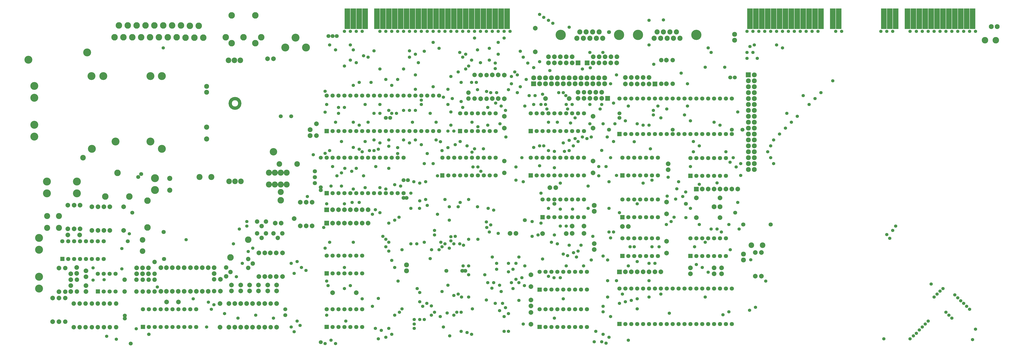
<source format=gbr>
%FSLAX34Y34*%
%MOMM*%
%LNSOLDERMASK_BOTTOM*%
G71*
G01*
%ADD10C,1.800*%
%ADD11C,1.400*%
%ADD12C,1.500*%
%ADD13C,2.100*%
%ADD14C,2.000*%
%ADD15C,2.000*%
%ADD16C,1.400*%
%ADD17C,1.900*%
%ADD18C,2.400*%
%ADD19C,2.800*%
%ADD20C,1.700*%
%ADD21C,1.800*%
%ADD22C,2.200*%
%ADD23C,4.400*%
%ADD24C,4.400*%
%ADD25C,1.900*%
%ADD26C,1.400*%
%ADD27C,1.700*%
%ADD28C,2.400*%
%ADD29C,3.200*%
%ADD30C,2.100*%
%ADD31C,2.600*%
%ADD32C,2.200*%
%ADD33C,3.400*%
%ADD34C,1.400*%
%ADD35C,2.600*%
%ADD36C,2.600*%
%ADD37C,2.600*%
%ADD38C,3.400*%
%ADD39C,3.400*%
%ADD40C,3.410*%
%ADD41C,2.400*%
%ADD42R,2.400X8.900*%
%LPD*%
G36*
X1292750Y993250D02*
X1310750Y993250D01*
X1310750Y975250D01*
X1292750Y975250D01*
X1292750Y993250D01*
G37*
X1327150Y984250D02*
G54D10*
D03*
X1352550Y984250D02*
G54D10*
D03*
X1377950Y984250D02*
G54D10*
D03*
X1403350Y984250D02*
G54D10*
D03*
X1428750Y984250D02*
G54D10*
D03*
X1454150Y984250D02*
G54D10*
D03*
X1479550Y984250D02*
G54D10*
D03*
X1504950Y984250D02*
G54D10*
D03*
X1530350Y984250D02*
G54D10*
D03*
X1555750Y984250D02*
G54D10*
D03*
X1581150Y984250D02*
G54D10*
D03*
X1606550Y984250D02*
G54D10*
D03*
X1631950Y984250D02*
G54D10*
D03*
X1657350Y984250D02*
G54D10*
D03*
X1682750Y984250D02*
G54D10*
D03*
X1708150Y984250D02*
G54D10*
D03*
X1733550Y984250D02*
G54D10*
D03*
X1758950Y984250D02*
G54D10*
D03*
X1784350Y984250D02*
G54D10*
D03*
X1784350Y1136650D02*
G54D10*
D03*
X1758950Y1136650D02*
G54D10*
D03*
X1733550Y1136650D02*
G54D10*
D03*
X1708150Y1136650D02*
G54D10*
D03*
X1682750Y1136650D02*
G54D10*
D03*
X1657350Y1136650D02*
G54D10*
D03*
X1631950Y1136650D02*
G54D10*
D03*
X1606550Y1136650D02*
G54D10*
D03*
X1581150Y1136650D02*
G54D10*
D03*
X1555750Y1136650D02*
G54D10*
D03*
X1530350Y1136650D02*
G54D10*
D03*
X1504950Y1136650D02*
G54D10*
D03*
X1479550Y1136650D02*
G54D10*
D03*
X1454150Y1136650D02*
G54D10*
D03*
X1428750Y1136650D02*
G54D10*
D03*
X1403350Y1136650D02*
G54D10*
D03*
X1377950Y1136650D02*
G54D10*
D03*
X1352550Y1136650D02*
G54D10*
D03*
X1327150Y1136650D02*
G54D10*
D03*
X1301750Y1136650D02*
G54D10*
D03*
X600075Y1341438D02*
G54D11*
D03*
X538162Y111124D02*
G54D12*
D03*
X4075376Y88900D02*
G54D11*
D03*
G36*
X1865838Y993250D02*
X1883838Y993250D01*
X1883838Y975250D01*
X1865838Y975250D01*
X1865838Y993250D01*
G37*
X1900238Y984250D02*
G54D10*
D03*
X1925638Y984250D02*
G54D10*
D03*
X1951038Y984250D02*
G54D10*
D03*
X1976438Y984250D02*
G54D10*
D03*
X2001838Y984250D02*
G54D10*
D03*
X2027238Y984250D02*
G54D10*
D03*
X2027238Y1060450D02*
G54D10*
D03*
X2001838Y1060450D02*
G54D10*
D03*
X1976438Y1060450D02*
G54D10*
D03*
X1951038Y1060450D02*
G54D10*
D03*
X1925638Y1060450D02*
G54D10*
D03*
X1900238Y1060450D02*
G54D10*
D03*
X1874838Y1060450D02*
G54D10*
D03*
G36*
X1292750Y382062D02*
X1310750Y382062D01*
X1310750Y364062D01*
X1292750Y364062D01*
X1292750Y382062D01*
G37*
X1327150Y373062D02*
G54D10*
D03*
X1352550Y373062D02*
G54D10*
D03*
X1377950Y373062D02*
G54D10*
D03*
X1403350Y373062D02*
G54D10*
D03*
X1428750Y373062D02*
G54D10*
D03*
X1454150Y373062D02*
G54D10*
D03*
X1454150Y449262D02*
G54D10*
D03*
X1428750Y449262D02*
G54D10*
D03*
X1403350Y449262D02*
G54D10*
D03*
X1377950Y449262D02*
G54D10*
D03*
X1352550Y449262D02*
G54D10*
D03*
X1327150Y449262D02*
G54D10*
D03*
X1301750Y449262D02*
G54D10*
D03*
G36*
X1292750Y151875D02*
X1310750Y151875D01*
X1310750Y133875D01*
X1292750Y133875D01*
X1292750Y151875D01*
G37*
X1327150Y142875D02*
G54D10*
D03*
X1352550Y142875D02*
G54D10*
D03*
X1377950Y142875D02*
G54D10*
D03*
X1403350Y142875D02*
G54D10*
D03*
X1428750Y142875D02*
G54D10*
D03*
X1454150Y142875D02*
G54D10*
D03*
X1454150Y219075D02*
G54D10*
D03*
X1428750Y219075D02*
G54D10*
D03*
X1403350Y219075D02*
G54D10*
D03*
X1377950Y219075D02*
G54D10*
D03*
X1352550Y219075D02*
G54D10*
D03*
X1327150Y219075D02*
G54D10*
D03*
X1301750Y219075D02*
G54D10*
D03*
G36*
X1292750Y726550D02*
X1310750Y726550D01*
X1310750Y708550D01*
X1292750Y708550D01*
X1292750Y726550D01*
G37*
X1327150Y717550D02*
G54D10*
D03*
X1352550Y717550D02*
G54D10*
D03*
X1377950Y717550D02*
G54D10*
D03*
X1403350Y717550D02*
G54D10*
D03*
X1428750Y717550D02*
G54D10*
D03*
X1454150Y717550D02*
G54D10*
D03*
X1479550Y717550D02*
G54D10*
D03*
X1504950Y717550D02*
G54D10*
D03*
X1530350Y717550D02*
G54D10*
D03*
X1555750Y717550D02*
G54D10*
D03*
X1581150Y717550D02*
G54D10*
D03*
X1606550Y717550D02*
G54D10*
D03*
X1631950Y717550D02*
G54D10*
D03*
X1631950Y869950D02*
G54D10*
D03*
X1606550Y869950D02*
G54D10*
D03*
X1581150Y869950D02*
G54D10*
D03*
X1555750Y869950D02*
G54D10*
D03*
X1530350Y869950D02*
G54D10*
D03*
X1504950Y869950D02*
G54D10*
D03*
X1479550Y869950D02*
G54D10*
D03*
X1454150Y869950D02*
G54D10*
D03*
X1428750Y869950D02*
G54D10*
D03*
X1403350Y869950D02*
G54D10*
D03*
X1377950Y869950D02*
G54D10*
D03*
X1352550Y869950D02*
G54D10*
D03*
X1327150Y869950D02*
G54D10*
D03*
X1301750Y869950D02*
G54D10*
D03*
G36*
X1789638Y802750D02*
X1807638Y802750D01*
X1807638Y784750D01*
X1789638Y784750D01*
X1789638Y802750D01*
G37*
X1824038Y793750D02*
G54D10*
D03*
X1849438Y793750D02*
G54D10*
D03*
X1874838Y793750D02*
G54D10*
D03*
X1900238Y793750D02*
G54D10*
D03*
X1925638Y793750D02*
G54D10*
D03*
X1951038Y793750D02*
G54D10*
D03*
X1976438Y793750D02*
G54D10*
D03*
X2001838Y793750D02*
G54D10*
D03*
X2027238Y793750D02*
G54D10*
D03*
X2027238Y869950D02*
G54D10*
D03*
X2001838Y869950D02*
G54D10*
D03*
X1976438Y869950D02*
G54D10*
D03*
X1951038Y869950D02*
G54D10*
D03*
X1925638Y869950D02*
G54D10*
D03*
X1900238Y869950D02*
G54D10*
D03*
X1874838Y869950D02*
G54D10*
D03*
X1849438Y869950D02*
G54D10*
D03*
X1824038Y869950D02*
G54D10*
D03*
X1798638Y869950D02*
G54D10*
D03*
G36*
X2169050Y993250D02*
X2187050Y993250D01*
X2187050Y975250D01*
X2169050Y975250D01*
X2169050Y993250D01*
G37*
X2203450Y984250D02*
G54D10*
D03*
X2228850Y984250D02*
G54D10*
D03*
X2254250Y984250D02*
G54D10*
D03*
X2279650Y984250D02*
G54D10*
D03*
X2305050Y984250D02*
G54D10*
D03*
X2330450Y984250D02*
G54D10*
D03*
X2355850Y984250D02*
G54D10*
D03*
X2381250Y984250D02*
G54D10*
D03*
X2406650Y984250D02*
G54D10*
D03*
X2406650Y1060450D02*
G54D10*
D03*
X2381250Y1060450D02*
G54D10*
D03*
X2355850Y1060450D02*
G54D10*
D03*
X2330450Y1060450D02*
G54D10*
D03*
X2305050Y1060450D02*
G54D10*
D03*
X2279650Y1060450D02*
G54D10*
D03*
X2254250Y1060450D02*
G54D10*
D03*
X2228850Y1060450D02*
G54D10*
D03*
X2203450Y1060450D02*
G54D10*
D03*
X2178050Y1060450D02*
G54D10*
D03*
G36*
X2169050Y802750D02*
X2187050Y802750D01*
X2187050Y784750D01*
X2169050Y784750D01*
X2169050Y802750D01*
G37*
X2203450Y793750D02*
G54D10*
D03*
X2228850Y793750D02*
G54D10*
D03*
X2254250Y793750D02*
G54D10*
D03*
X2279650Y793750D02*
G54D10*
D03*
X2305050Y793750D02*
G54D10*
D03*
X2330450Y793750D02*
G54D10*
D03*
X2355850Y793750D02*
G54D10*
D03*
X2381250Y793750D02*
G54D10*
D03*
X2406650Y793750D02*
G54D10*
D03*
X2406650Y869950D02*
G54D10*
D03*
X2381250Y869950D02*
G54D10*
D03*
X2355850Y869950D02*
G54D10*
D03*
X2330450Y869950D02*
G54D10*
D03*
X2305050Y869950D02*
G54D10*
D03*
X2279650Y869950D02*
G54D10*
D03*
X2254250Y869950D02*
G54D10*
D03*
X2228850Y869950D02*
G54D10*
D03*
X2203450Y869950D02*
G54D10*
D03*
X2178050Y869950D02*
G54D10*
D03*
G36*
X2219850Y623362D02*
X2237850Y623362D01*
X2237850Y605362D01*
X2219850Y605362D01*
X2219850Y623362D01*
G37*
X2254250Y614362D02*
G54D10*
D03*
X2279650Y614362D02*
G54D10*
D03*
X2305050Y614362D02*
G54D10*
D03*
X2330450Y614362D02*
G54D10*
D03*
X2355850Y614362D02*
G54D10*
D03*
X2381250Y614362D02*
G54D10*
D03*
X2406650Y614362D02*
G54D10*
D03*
X2406650Y690562D02*
G54D10*
D03*
X2381250Y690562D02*
G54D10*
D03*
X2355850Y690562D02*
G54D10*
D03*
X2330450Y690562D02*
G54D10*
D03*
X2305050Y690562D02*
G54D10*
D03*
X2279650Y690562D02*
G54D10*
D03*
X2254250Y690562D02*
G54D10*
D03*
X2228850Y690562D02*
G54D10*
D03*
G36*
X2207150Y312212D02*
X2225150Y312212D01*
X2225150Y294212D01*
X2207150Y294212D01*
X2207150Y312212D01*
G37*
X2241550Y303212D02*
G54D10*
D03*
X2266950Y303212D02*
G54D10*
D03*
X2292350Y303212D02*
G54D10*
D03*
X2317750Y303212D02*
G54D10*
D03*
X2343150Y303212D02*
G54D10*
D03*
X2368550Y303212D02*
G54D10*
D03*
X2393950Y303212D02*
G54D10*
D03*
X2419350Y303212D02*
G54D10*
D03*
X2419350Y379412D02*
G54D10*
D03*
X2393950Y379412D02*
G54D10*
D03*
X2368550Y379412D02*
G54D10*
D03*
X2343150Y379412D02*
G54D10*
D03*
X2317750Y379412D02*
G54D10*
D03*
X2292350Y379412D02*
G54D10*
D03*
X2266950Y379412D02*
G54D10*
D03*
X2241550Y379412D02*
G54D10*
D03*
X2216150Y379412D02*
G54D10*
D03*
G36*
X2207150Y151875D02*
X2225150Y151875D01*
X2225150Y133875D01*
X2207150Y133875D01*
X2207150Y151875D01*
G37*
X2241550Y142875D02*
G54D10*
D03*
X2266950Y142875D02*
G54D10*
D03*
X2292350Y142875D02*
G54D10*
D03*
X2317750Y142875D02*
G54D10*
D03*
X2343150Y142875D02*
G54D10*
D03*
X2368550Y142875D02*
G54D10*
D03*
X2393950Y142875D02*
G54D10*
D03*
X2419350Y142875D02*
G54D10*
D03*
X2419350Y219075D02*
G54D10*
D03*
X2393950Y219075D02*
G54D10*
D03*
X2368550Y219075D02*
G54D10*
D03*
X2343150Y219075D02*
G54D10*
D03*
X2317750Y219075D02*
G54D10*
D03*
X2292350Y219075D02*
G54D10*
D03*
X2266950Y219075D02*
G54D10*
D03*
X2241550Y219075D02*
G54D10*
D03*
X2216150Y219075D02*
G54D10*
D03*
G36*
X2550050Y164575D02*
X2568050Y164575D01*
X2568050Y146575D01*
X2550050Y146575D01*
X2550050Y164575D01*
G37*
X2584450Y155575D02*
G54D10*
D03*
X2609850Y155575D02*
G54D10*
D03*
X2635250Y155575D02*
G54D10*
D03*
X2660650Y155575D02*
G54D10*
D03*
X2686050Y155575D02*
G54D10*
D03*
X2711450Y155575D02*
G54D10*
D03*
X2736850Y155575D02*
G54D10*
D03*
X2762250Y155575D02*
G54D10*
D03*
X2787650Y155575D02*
G54D10*
D03*
X2813050Y155575D02*
G54D10*
D03*
X2838450Y155575D02*
G54D10*
D03*
X2863850Y155575D02*
G54D10*
D03*
X2889250Y155575D02*
G54D10*
D03*
X2914650Y155575D02*
G54D10*
D03*
X2940050Y155575D02*
G54D10*
D03*
X2965450Y155575D02*
G54D10*
D03*
X2990850Y155575D02*
G54D10*
D03*
X3016250Y155575D02*
G54D10*
D03*
X3041650Y155575D02*
G54D10*
D03*
X3041650Y307975D02*
G54D10*
D03*
X3016250Y307975D02*
G54D10*
D03*
X2990850Y307975D02*
G54D10*
D03*
X2965450Y307975D02*
G54D10*
D03*
X2940050Y307975D02*
G54D10*
D03*
X2914650Y307975D02*
G54D10*
D03*
X2889250Y307975D02*
G54D10*
D03*
X2863850Y307975D02*
G54D10*
D03*
X2838450Y307975D02*
G54D10*
D03*
X2813050Y307975D02*
G54D10*
D03*
X2787650Y307975D02*
G54D10*
D03*
X2762250Y307975D02*
G54D10*
D03*
X2736850Y307975D02*
G54D10*
D03*
X2711450Y307975D02*
G54D10*
D03*
X2686050Y307975D02*
G54D10*
D03*
X2660650Y307975D02*
G54D10*
D03*
X2635250Y307975D02*
G54D10*
D03*
X2609850Y307975D02*
G54D10*
D03*
X2584450Y307975D02*
G54D10*
D03*
X2559050Y307975D02*
G54D10*
D03*
G36*
X2562750Y456675D02*
X2580750Y456675D01*
X2580750Y438675D01*
X2562750Y438675D01*
X2562750Y456675D01*
G37*
X2597150Y447675D02*
G54D10*
D03*
X2622550Y447675D02*
G54D10*
D03*
X2647950Y447675D02*
G54D10*
D03*
X2673350Y447675D02*
G54D10*
D03*
X2698750Y447675D02*
G54D10*
D03*
X2724150Y447675D02*
G54D10*
D03*
X2724150Y523875D02*
G54D10*
D03*
X2698750Y523875D02*
G54D10*
D03*
X2673350Y523875D02*
G54D10*
D03*
X2647950Y523875D02*
G54D10*
D03*
X2622550Y523875D02*
G54D10*
D03*
X2597150Y523875D02*
G54D10*
D03*
X2571750Y523875D02*
G54D10*
D03*
G36*
X2562750Y623362D02*
X2580750Y623362D01*
X2580750Y605362D01*
X2562750Y605362D01*
X2562750Y623362D01*
G37*
X2597150Y614362D02*
G54D10*
D03*
X2622550Y614362D02*
G54D10*
D03*
X2647950Y614362D02*
G54D10*
D03*
X2673350Y614362D02*
G54D10*
D03*
X2698750Y614362D02*
G54D10*
D03*
X2724150Y614362D02*
G54D10*
D03*
X2724150Y690562D02*
G54D10*
D03*
X2698750Y690562D02*
G54D10*
D03*
X2673350Y690562D02*
G54D10*
D03*
X2647950Y690562D02*
G54D10*
D03*
X2622550Y690562D02*
G54D10*
D03*
X2597150Y690562D02*
G54D10*
D03*
X2571750Y690562D02*
G54D10*
D03*
G36*
X2562750Y802750D02*
X2580750Y802750D01*
X2580750Y784750D01*
X2562750Y784750D01*
X2562750Y802750D01*
G37*
X2597150Y793750D02*
G54D10*
D03*
X2622550Y793750D02*
G54D10*
D03*
X2647950Y793750D02*
G54D10*
D03*
X2673350Y793750D02*
G54D10*
D03*
X2698750Y793750D02*
G54D10*
D03*
X2724150Y793750D02*
G54D10*
D03*
X2724150Y869950D02*
G54D10*
D03*
X2698750Y869950D02*
G54D10*
D03*
X2673350Y869950D02*
G54D10*
D03*
X2647950Y869950D02*
G54D10*
D03*
X2622550Y869950D02*
G54D10*
D03*
X2597150Y869950D02*
G54D10*
D03*
X2571750Y869950D02*
G54D10*
D03*
G36*
X2550050Y980550D02*
X2568050Y980550D01*
X2568050Y962550D01*
X2550050Y962550D01*
X2550050Y980550D01*
G37*
X2584450Y971550D02*
G54D10*
D03*
X2609850Y971550D02*
G54D10*
D03*
X2635250Y971550D02*
G54D10*
D03*
X2660650Y971550D02*
G54D10*
D03*
X2686050Y971550D02*
G54D10*
D03*
X2711450Y971550D02*
G54D10*
D03*
X2736850Y971550D02*
G54D10*
D03*
X2762250Y971550D02*
G54D10*
D03*
X2787650Y971550D02*
G54D10*
D03*
X2813050Y971550D02*
G54D10*
D03*
X2838450Y971550D02*
G54D10*
D03*
X2863850Y971550D02*
G54D10*
D03*
X2889250Y971550D02*
G54D10*
D03*
X2914650Y971550D02*
G54D10*
D03*
X2940050Y971550D02*
G54D10*
D03*
X2965450Y971550D02*
G54D10*
D03*
X2990850Y971550D02*
G54D10*
D03*
X3016250Y971550D02*
G54D10*
D03*
X3041650Y971550D02*
G54D10*
D03*
X3041650Y1123950D02*
G54D10*
D03*
X3016250Y1123950D02*
G54D10*
D03*
X2990850Y1123950D02*
G54D10*
D03*
X2965450Y1123950D02*
G54D10*
D03*
X2940050Y1123950D02*
G54D10*
D03*
X2914650Y1123950D02*
G54D10*
D03*
X2889250Y1123950D02*
G54D10*
D03*
X2863850Y1123950D02*
G54D10*
D03*
X2838450Y1123950D02*
G54D10*
D03*
X2813050Y1123950D02*
G54D10*
D03*
X2787650Y1123950D02*
G54D10*
D03*
X2762250Y1123950D02*
G54D10*
D03*
X2736850Y1123950D02*
G54D10*
D03*
X2711450Y1123950D02*
G54D10*
D03*
X2686050Y1123950D02*
G54D10*
D03*
X2660650Y1123950D02*
G54D10*
D03*
X2635250Y1123950D02*
G54D10*
D03*
X2609850Y1123950D02*
G54D10*
D03*
X2584450Y1123950D02*
G54D10*
D03*
X2559050Y1123950D02*
G54D10*
D03*
G36*
X2854850Y801162D02*
X2872850Y801162D01*
X2872850Y783162D01*
X2854850Y783162D01*
X2854850Y801162D01*
G37*
X2889250Y792162D02*
G54D10*
D03*
X2914650Y792162D02*
G54D10*
D03*
X2940050Y792162D02*
G54D10*
D03*
X2965450Y792162D02*
G54D10*
D03*
X2990850Y792162D02*
G54D10*
D03*
X3016250Y792162D02*
G54D10*
D03*
X3016250Y868362D02*
G54D10*
D03*
X2990850Y868362D02*
G54D10*
D03*
X2965450Y868362D02*
G54D10*
D03*
X2940050Y868362D02*
G54D10*
D03*
X2914650Y868362D02*
G54D10*
D03*
X2889250Y868362D02*
G54D10*
D03*
X2863850Y868362D02*
G54D10*
D03*
G36*
X2854850Y456675D02*
X2872850Y456675D01*
X2872850Y438675D01*
X2854850Y438675D01*
X2854850Y456675D01*
G37*
X2889250Y447675D02*
G54D10*
D03*
X2914650Y447675D02*
G54D10*
D03*
X2940050Y447675D02*
G54D10*
D03*
X2965450Y447675D02*
G54D10*
D03*
X2990850Y447675D02*
G54D10*
D03*
X3016250Y447675D02*
G54D10*
D03*
X3016250Y523875D02*
G54D10*
D03*
X2990850Y523875D02*
G54D10*
D03*
X2965450Y523875D02*
G54D10*
D03*
X2940050Y523875D02*
G54D10*
D03*
X2914650Y523875D02*
G54D10*
D03*
X2889250Y523875D02*
G54D10*
D03*
X2863850Y523875D02*
G54D10*
D03*
G36*
X503762Y151875D02*
X521762Y151875D01*
X521762Y133875D01*
X503762Y133875D01*
X503762Y151875D01*
G37*
X538162Y142875D02*
G54D10*
D03*
X563562Y142875D02*
G54D10*
D03*
X588962Y142875D02*
G54D10*
D03*
X614362Y142875D02*
G54D10*
D03*
X639762Y142875D02*
G54D10*
D03*
X665162Y142875D02*
G54D10*
D03*
X690562Y142875D02*
G54D10*
D03*
X715962Y142875D02*
G54D10*
D03*
X741362Y142875D02*
G54D10*
D03*
X741362Y219075D02*
G54D10*
D03*
X715962Y219075D02*
G54D10*
D03*
X690562Y219075D02*
G54D10*
D03*
X665162Y219075D02*
G54D10*
D03*
X639762Y219075D02*
G54D10*
D03*
X614362Y219075D02*
G54D10*
D03*
X588962Y219075D02*
G54D10*
D03*
X563562Y219075D02*
G54D10*
D03*
X538162Y219075D02*
G54D10*
D03*
X512762Y219075D02*
G54D10*
D03*
G36*
X310088Y304275D02*
X328088Y304275D01*
X328088Y286275D01*
X310088Y286275D01*
X310088Y304275D01*
G37*
X344488Y295275D02*
G54D10*
D03*
X369888Y295275D02*
G54D10*
D03*
X395288Y295275D02*
G54D10*
D03*
X395288Y371475D02*
G54D10*
D03*
X369888Y371475D02*
G54D10*
D03*
X344488Y371475D02*
G54D10*
D03*
X319088Y371475D02*
G54D10*
D03*
G36*
X157688Y443975D02*
X175688Y443975D01*
X175688Y425975D01*
X157688Y425975D01*
X157688Y443975D01*
G37*
X192088Y434975D02*
G54D10*
D03*
X217488Y434975D02*
G54D10*
D03*
X242888Y434975D02*
G54D10*
D03*
X268288Y434975D02*
G54D10*
D03*
X293688Y434975D02*
G54D10*
D03*
X319088Y434975D02*
G54D10*
D03*
X344488Y434975D02*
G54D10*
D03*
X344488Y511175D02*
G54D10*
D03*
X319088Y511175D02*
G54D10*
D03*
X293688Y511175D02*
G54D10*
D03*
X268288Y511175D02*
G54D10*
D03*
X242888Y511175D02*
G54D10*
D03*
X217488Y511175D02*
G54D10*
D03*
X192088Y511175D02*
G54D10*
D03*
X166688Y511175D02*
G54D10*
D03*
G36*
X2180250Y1197950D02*
X2201250Y1197950D01*
X2201250Y1176950D01*
X2180250Y1176950D01*
X2180250Y1197950D01*
G37*
X2190750Y1212850D02*
G54D13*
D03*
X2216150Y1187450D02*
G54D13*
D03*
X2216150Y1212850D02*
G54D13*
D03*
X2241550Y1187450D02*
G54D13*
D03*
X2241550Y1212850D02*
G54D13*
D03*
X2266950Y1187450D02*
G54D13*
D03*
X2266950Y1212850D02*
G54D13*
D03*
X2292350Y1187450D02*
G54D13*
D03*
X2292350Y1212850D02*
G54D13*
D03*
X2317750Y1187450D02*
G54D13*
D03*
X2317750Y1212850D02*
G54D13*
D03*
X2343150Y1187450D02*
G54D13*
D03*
X2343150Y1212850D02*
G54D13*
D03*
X2368550Y1187450D02*
G54D13*
D03*
X2368550Y1212850D02*
G54D13*
D03*
X2393950Y1187450D02*
G54D13*
D03*
X2393950Y1212850D02*
G54D13*
D03*
X2419350Y1187450D02*
G54D13*
D03*
X2419350Y1212850D02*
G54D13*
D03*
X2444750Y1187450D02*
G54D13*
D03*
X2444750Y1212850D02*
G54D13*
D03*
X2470150Y1187450D02*
G54D13*
D03*
X2470150Y1212850D02*
G54D13*
D03*
X2495550Y1187450D02*
G54D13*
D03*
X2495550Y1212850D02*
G54D13*
D03*
G36*
X3123168Y1236246D02*
X3123168Y1215246D01*
X3102168Y1215246D01*
X3102168Y1236246D01*
X3123168Y1236246D01*
G37*
X3138068Y1225746D02*
G54D13*
D03*
X3112668Y1200346D02*
G54D13*
D03*
X3138069Y1200346D02*
G54D13*
D03*
X3112669Y1174946D02*
G54D13*
D03*
X3138069Y1174946D02*
G54D13*
D03*
X3112669Y1149546D02*
G54D13*
D03*
X3138069Y1149546D02*
G54D13*
D03*
X3112669Y1124146D02*
G54D13*
D03*
X3138069Y1124146D02*
G54D13*
D03*
X3112669Y1098746D02*
G54D13*
D03*
X3138069Y1098746D02*
G54D13*
D03*
X3112669Y1073346D02*
G54D13*
D03*
X3138069Y1073346D02*
G54D13*
D03*
X3112669Y1047946D02*
G54D13*
D03*
X3138069Y1047946D02*
G54D13*
D03*
X3112669Y1022546D02*
G54D13*
D03*
X3138069Y1022546D02*
G54D13*
D03*
X3112669Y997146D02*
G54D13*
D03*
X3138069Y997146D02*
G54D13*
D03*
X3112669Y971746D02*
G54D13*
D03*
X3138068Y971746D02*
G54D13*
D03*
X3112668Y946346D02*
G54D13*
D03*
X3138068Y946346D02*
G54D13*
D03*
X3112668Y920946D02*
G54D13*
D03*
X3138068Y920946D02*
G54D13*
D03*
X3112668Y895546D02*
G54D13*
D03*
X3138068Y895546D02*
G54D13*
D03*
X3112668Y870146D02*
G54D13*
D03*
X3138068Y870146D02*
G54D13*
D03*
X3112668Y844746D02*
G54D13*
D03*
X3138068Y844746D02*
G54D13*
D03*
X3112668Y819346D02*
G54D13*
D03*
X3138068Y819346D02*
G54D13*
D03*
X1377950Y1412875D02*
G54D11*
D03*
X1403350Y1412875D02*
G54D11*
D03*
X1428750Y1412875D02*
G54D11*
D03*
X1454150Y1412875D02*
G54D11*
D03*
X1530350Y1412875D02*
G54D11*
D03*
X1555750Y1412875D02*
G54D11*
D03*
X1581150Y1412875D02*
G54D11*
D03*
X1606550Y1412875D02*
G54D11*
D03*
X1631950Y1412875D02*
G54D11*
D03*
X1657350Y1412875D02*
G54D11*
D03*
X1682750Y1412875D02*
G54D11*
D03*
X1708150Y1412875D02*
G54D11*
D03*
X1733550Y1412875D02*
G54D11*
D03*
X1758950Y1412875D02*
G54D11*
D03*
X1784350Y1412875D02*
G54D11*
D03*
X1809750Y1412875D02*
G54D11*
D03*
X1835150Y1412875D02*
G54D11*
D03*
X1860550Y1412875D02*
G54D11*
D03*
X1885950Y1412875D02*
G54D11*
D03*
X1911350Y1412875D02*
G54D11*
D03*
X1936750Y1412875D02*
G54D11*
D03*
X1962150Y1412875D02*
G54D11*
D03*
X1987550Y1412875D02*
G54D11*
D03*
X2012950Y1412875D02*
G54D11*
D03*
X2038350Y1412875D02*
G54D11*
D03*
X2063750Y1412875D02*
G54D11*
D03*
X2089150Y1412875D02*
G54D11*
D03*
X3106738Y1412875D02*
G54D11*
D03*
X3132138Y1412875D02*
G54D11*
D03*
X3157538Y1412875D02*
G54D11*
D03*
X3182938Y1412875D02*
G54D11*
D03*
X3208338Y1412875D02*
G54D11*
D03*
X3233738Y1412875D02*
G54D11*
D03*
X3259138Y1412875D02*
G54D11*
D03*
X3284538Y1412875D02*
G54D11*
D03*
X3309938Y1412875D02*
G54D11*
D03*
X3335338Y1412875D02*
G54D11*
D03*
X3360738Y1412875D02*
G54D11*
D03*
X3386138Y1412875D02*
G54D11*
D03*
X3411538Y1412875D02*
G54D11*
D03*
X3487738Y1412875D02*
G54D11*
D03*
X3513138Y1412875D02*
G54D11*
D03*
X3681412Y1412875D02*
G54D11*
D03*
X3706812Y1412875D02*
G54D11*
D03*
X3732212Y1412875D02*
G54D11*
D03*
X3806825Y1412875D02*
G54D11*
D03*
X3833812Y1412875D02*
G54D11*
D03*
X3859212Y1412875D02*
G54D11*
D03*
X3884612Y1412875D02*
G54D11*
D03*
X3910012Y1412875D02*
G54D11*
D03*
X3935412Y1412875D02*
G54D11*
D03*
X3960812Y1412875D02*
G54D11*
D03*
X3986212Y1412875D02*
G54D11*
D03*
X4011612Y1412875D02*
G54D11*
D03*
X4037012Y1412875D02*
G54D11*
D03*
X4062412Y1412875D02*
G54D11*
D03*
X4087812Y1412875D02*
G54D11*
D03*
X1441450Y1009650D02*
G54D11*
D03*
X1835150Y1009650D02*
G54D11*
D03*
X1993900Y1009650D02*
G54D11*
D03*
X1828800Y658812D02*
G54D11*
D03*
X1700212Y652462D02*
G54D11*
D03*
X2070100Y1073150D02*
G54D11*
D03*
X2247900Y1079500D02*
G54D11*
D03*
X1951038Y1003300D02*
G54D11*
D03*
X2254250Y1022350D02*
G54D11*
D03*
X2266950Y506412D02*
G54D11*
D03*
X1911350Y519112D02*
G54D11*
D03*
X1314450Y1354138D02*
G54D11*
D03*
X1403350Y1354138D02*
G54D11*
D03*
X1339850Y1333500D02*
G54D11*
D03*
X1416050Y1333500D02*
G54D11*
D03*
X1346200Y792162D02*
G54D11*
D03*
X1874838Y677862D02*
G54D11*
D03*
X1733550Y665162D02*
G54D11*
D03*
X1365250Y804862D02*
G54D11*
D03*
X1379538Y823912D02*
G54D11*
D03*
X1409700Y811212D02*
G54D11*
D03*
X1384300Y168275D02*
G54D11*
D03*
X1301750Y1098550D02*
G54D11*
D03*
X1466850Y1098550D02*
G54D11*
D03*
X1822450Y1098550D02*
G54D11*
D03*
X1993900Y1085850D02*
G54D11*
D03*
X2051050Y1092200D02*
G54D11*
D03*
X1792288Y506412D02*
G54D11*
D03*
X1720850Y506412D02*
G54D11*
D03*
X1339850Y1022350D02*
G54D11*
D03*
X1416050Y1022350D02*
G54D11*
D03*
X1771650Y1022350D02*
G54D11*
D03*
X1925638Y1022350D02*
G54D11*
D03*
X2046288Y1016000D02*
G54D11*
D03*
X2071688Y958850D02*
G54D11*
D03*
X2400300Y958850D02*
G54D11*
D03*
X1771650Y946150D02*
G54D11*
D03*
X1682750Y946150D02*
G54D11*
D03*
X1663700Y500062D02*
G54D11*
D03*
X1689100Y500062D02*
G54D11*
D03*
X1352550Y1085850D02*
G54D11*
D03*
X1377950Y1085850D02*
G54D11*
D03*
X1885950Y1085850D02*
G54D11*
D03*
X1874838Y939800D02*
G54D11*
D03*
X1898650Y1250950D02*
G54D11*
D03*
X2025650Y1276350D02*
G54D11*
D03*
X2368550Y952500D02*
G54D11*
D03*
X2419350Y952500D02*
G54D11*
D03*
X1708150Y925512D02*
G54D11*
D03*
X1377950Y1263652D02*
G54D11*
D03*
X1911350Y1263650D02*
G54D11*
D03*
X1854200Y925512D02*
G54D11*
D03*
X1866900Y658812D02*
G54D11*
D03*
X1911350Y690562D02*
G54D11*
D03*
X1377950Y671512D02*
G54D11*
D03*
X1951038Y519112D02*
G54D11*
D03*
X2508250Y430212D02*
G54D11*
D03*
X2508250Y271462D02*
G54D11*
D03*
X2736850Y284162D02*
G54D11*
D03*
X1416050Y914400D02*
G54D11*
D03*
X1949450Y658812D02*
G54D11*
D03*
X1905000Y920750D02*
G54D11*
D03*
X2317750Y933450D02*
G54D11*
D03*
X2343150Y944562D02*
G54D11*
D03*
X1924050Y1289050D02*
G54D11*
D03*
X1403350Y1289050D02*
G54D11*
D03*
X1428750Y1277938D02*
G54D11*
D03*
X1695450Y1277938D02*
G54D11*
D03*
X1962150Y1277938D02*
G54D11*
D03*
X1701800Y760412D02*
G54D11*
D03*
X1701800Y684212D02*
G54D11*
D03*
X1411288Y677862D02*
G54D11*
D03*
X2305050Y760412D02*
G54D11*
D03*
X2292350Y500062D02*
G54D11*
D03*
X1835150Y512762D02*
G54D11*
D03*
X1295400Y1155700D02*
G54D11*
D03*
X1314450Y900112D02*
G54D11*
D03*
X1441450Y906462D02*
G54D11*
D03*
X1428750Y823912D02*
G54D11*
D03*
X1963738Y811212D02*
G54D11*
D03*
X2279650Y827088D02*
G54D11*
D03*
X2305050Y354012D02*
G54D11*
D03*
X2508250Y341312D02*
G54D11*
D03*
X2520950Y187325D02*
G54D11*
D03*
X2773362Y201612D02*
G54D11*
D03*
X1479550Y1022350D02*
G54D11*
D03*
X1479550Y1301750D02*
G54D11*
D03*
X1682750Y1314450D02*
G54D11*
D03*
X1670050Y1022350D02*
G54D11*
D03*
X1676400Y766762D02*
G54D11*
D03*
X1727200Y766762D02*
G54D11*
D03*
X1727200Y690562D02*
G54D11*
D03*
X1809750Y690562D02*
G54D11*
D03*
X1441450Y677862D02*
G54D11*
D03*
X1504950Y1060450D02*
G54D11*
D03*
X1530350Y1060450D02*
G54D11*
D03*
X1581150Y1060450D02*
G54D11*
D03*
X1601788Y1060450D02*
G54D11*
D03*
X1352550Y1060450D02*
G54D11*
D03*
X1746250Y1060450D02*
G54D11*
D03*
X1504950Y1328738D02*
G54D11*
D03*
X1657350Y1328738D02*
G54D11*
D03*
X1720850Y1327150D02*
G54D11*
D03*
X1365250Y939800D02*
G54D11*
D03*
X1466850Y939800D02*
G54D11*
D03*
X1498600Y627062D02*
G54D11*
D03*
X1778000Y627062D02*
G54D11*
D03*
X2222500Y588962D02*
G54D11*
D03*
X2222500Y717550D02*
G54D11*
D03*
X2216150Y835025D02*
G54D11*
D03*
X2470150Y831850D02*
G54D11*
D03*
X2489200Y1016000D02*
G54D11*
D03*
X2635250Y1016000D02*
G54D11*
D03*
X1530350Y1250950D02*
G54D11*
D03*
X1631950Y1250950D02*
G54D11*
D03*
X1530350Y1098550D02*
G54D11*
D03*
X1708150Y1117600D02*
G54D11*
D03*
X1708150Y1098550D02*
G54D11*
D03*
X1720850Y844550D02*
G54D11*
D03*
X1512888Y831850D02*
G54D11*
D03*
X1543050Y531812D02*
G54D11*
D03*
X1765300Y538162D02*
G54D11*
D03*
X1765300Y557212D02*
G54D11*
D03*
X2209800Y538162D02*
G54D11*
D03*
X1555750Y1206500D02*
G54D11*
D03*
X1606550Y1206500D02*
G54D11*
D03*
X2159000Y1206500D02*
G54D11*
D03*
X1555750Y519112D02*
G54D11*
D03*
X1854200Y531812D02*
G54D11*
D03*
X2184400Y531812D02*
G54D11*
D03*
X1416050Y1181100D02*
G54D11*
D03*
X1581150Y1181100D02*
G54D11*
D03*
X2082800Y1162050D02*
G54D11*
D03*
X1631950Y946150D02*
G54D11*
D03*
X1530350Y933450D02*
G54D11*
D03*
X1568450Y588962D02*
G54D11*
D03*
X1568450Y506412D02*
G54D11*
D03*
X1289050Y569912D02*
G54D11*
D03*
G36*
X1291750Y656112D02*
X1311750Y656112D01*
X1311750Y636112D01*
X1291750Y636112D01*
X1291750Y656112D01*
G37*
X1327150Y646112D02*
G54D14*
D03*
X1352550Y646112D02*
G54D14*
D03*
X1377950Y646112D02*
G54D14*
D03*
X1403350Y646112D02*
G54D14*
D03*
X1428750Y646112D02*
G54D14*
D03*
X1454150Y646112D02*
G54D14*
D03*
X1479550Y646112D02*
G54D14*
D03*
G36*
X1291750Y598962D02*
X1311750Y598962D01*
X1311750Y578962D01*
X1291750Y578962D01*
X1291750Y598962D01*
G37*
X1327150Y588962D02*
G54D14*
D03*
X1352550Y588962D02*
G54D14*
D03*
X1377950Y588962D02*
G54D14*
D03*
X1403350Y588962D02*
G54D14*
D03*
X1428750Y588962D02*
G54D14*
D03*
X1454150Y588962D02*
G54D14*
D03*
X1479550Y588962D02*
G54D14*
D03*
X2760662Y582612D02*
G54D11*
D03*
X1690688Y307975D02*
G54D11*
D03*
X1403350Y320675D02*
G54D11*
D03*
X1416050Y506412D02*
G54D11*
D03*
X1314450Y506412D02*
G54D11*
D03*
X1677988Y174625D02*
G54D11*
D03*
X1677988Y155575D02*
G54D11*
D03*
X1677988Y136525D02*
G54D11*
D03*
X1657350Y933450D02*
G54D11*
D03*
X1568450Y919162D02*
G54D11*
D03*
X1593850Y601662D02*
G54D11*
D03*
X2781300Y595312D02*
G54D11*
D03*
X1377950Y307975D02*
G54D11*
D03*
X1701800Y290512D02*
G54D11*
D03*
X1631950Y1073150D02*
G54D11*
D03*
X1568450Y1073150D02*
G54D11*
D03*
X1612900Y614362D02*
G54D11*
D03*
X2794000Y614362D02*
G54D11*
D03*
X1485900Y900112D02*
G54D11*
D03*
X1606550Y887412D02*
G54D11*
D03*
X1663700Y717550D02*
G54D11*
D03*
X1663700Y652462D02*
G54D11*
D03*
X2800350Y692150D02*
G54D11*
D03*
X1498600Y231775D02*
G54D11*
D03*
X1714500Y231775D02*
G54D11*
D03*
X1720850Y174625D02*
G54D11*
D03*
X1454150Y895350D02*
G54D11*
D03*
X1619250Y747712D02*
G54D11*
D03*
X1320800Y747712D02*
G54D11*
D03*
X2805112Y736600D02*
G54D11*
D03*
X2000250Y550862D02*
G54D11*
D03*
X2019300Y333375D02*
G54D11*
D03*
X2101850Y307975D02*
G54D11*
D03*
X2063750Y187325D02*
G54D11*
D03*
X1819275Y203200D02*
G54D11*
D03*
X1504950Y946150D02*
G54D11*
D03*
X1568450Y946150D02*
G54D11*
D03*
X1593850Y754062D02*
G54D11*
D03*
X1365250Y747712D02*
G54D11*
D03*
X2813050Y766762D02*
G54D11*
D03*
X1188048Y678311D02*
G54D15*
D03*
X1188048Y576711D02*
G54D15*
D03*
X1213448Y678311D02*
G54D15*
D03*
X1213448Y576711D02*
G54D15*
D03*
X1238848Y678311D02*
G54D15*
D03*
X1238848Y576711D02*
G54D15*
D03*
X1989138Y569912D02*
G54D11*
D03*
X2012950Y442912D02*
G54D11*
D03*
X2127250Y442912D02*
G54D11*
D03*
X2127250Y333375D02*
G54D11*
D03*
X2095500Y333375D02*
G54D11*
D03*
X2082800Y200025D02*
G54D11*
D03*
X1847850Y193675D02*
G54D11*
D03*
X2278062Y354012D02*
G54D11*
D03*
X1701800Y174625D02*
G54D11*
D03*
X1701800Y250825D02*
G54D11*
D03*
X1454150Y263525D02*
G54D11*
D03*
X1555750Y735012D02*
G54D11*
D03*
X1416050Y735012D02*
G54D11*
D03*
X2830512Y703262D02*
G54D11*
D03*
X2006600Y581025D02*
G54D11*
D03*
X2032000Y390525D02*
G54D11*
D03*
X2101850Y390525D02*
G54D11*
D03*
X2044700Y212725D02*
G54D11*
D03*
X1860550Y206375D02*
G54D11*
D03*
X1606550Y912812D02*
G54D11*
D03*
X1524000Y906462D02*
G54D11*
D03*
X1492250Y1193800D02*
G54D11*
D03*
X1441450Y1193800D02*
G54D11*
D03*
X1530350Y741362D02*
G54D11*
D03*
X1466850Y741362D02*
G54D11*
D03*
X2843212Y722312D02*
G54D11*
D03*
X1987550Y593725D02*
G54D11*
D03*
X2032000Y415925D02*
G54D11*
D03*
X2082800Y415925D02*
G54D11*
D03*
X2082800Y379412D02*
G54D11*
D03*
X2070100Y225425D02*
G54D11*
D03*
X1879600Y206375D02*
G54D11*
D03*
X1790700Y938212D02*
G54D11*
D03*
X1778000Y792162D02*
G54D11*
D03*
X1460500Y792162D02*
G54D11*
D03*
X2546350Y341312D02*
G54D11*
D03*
X2686050Y341312D02*
G54D11*
D03*
X2151062Y320675D02*
G54D11*
D03*
X2127250Y257175D02*
G54D11*
D03*
X1911350Y271462D02*
G54D11*
D03*
X1803400Y1130300D02*
G54D11*
D03*
X1797050Y900112D02*
G54D11*
D03*
X2360612Y920750D02*
G54D11*
D03*
X2571750Y284162D02*
G54D11*
D03*
X1987550Y258762D02*
G54D11*
D03*
X1822450Y984250D02*
G54D11*
D03*
X1822450Y912812D02*
G54D11*
D03*
X2381250Y939800D02*
G54D11*
D03*
X2533650Y939800D02*
G54D11*
D03*
X2514600Y98425D02*
G54D11*
D03*
X1924050Y111125D02*
G54D11*
D03*
X1758950Y844550D02*
G54D11*
D03*
X2038350Y544512D02*
G54D11*
D03*
X2089150Y544512D02*
G54D15*
D03*
X2114550Y544512D02*
G54D15*
D03*
X1930400Y830262D02*
G54D11*
D03*
X1682750Y1073150D02*
G54D11*
D03*
X1657350Y1073150D02*
G54D11*
D03*
X1879600Y1111250D02*
G54D11*
D03*
X1879600Y1193800D02*
G54D11*
D03*
X1924050Y1193800D02*
G54D11*
D03*
X1944688Y1193800D02*
G54D11*
D03*
X1949450Y1333500D02*
G54D11*
D03*
X1963120Y1224732D02*
G54D15*
D03*
X1963120Y1123132D02*
G54D15*
D03*
X2597150Y1092200D02*
G54D11*
D03*
X2343150Y900112D02*
G54D11*
D03*
X2571750Y574675D02*
G54D15*
D03*
X2597150Y574675D02*
G54D15*
D03*
X1828800Y601662D02*
G54D11*
D03*
X2635250Y423862D02*
G54D11*
D03*
X1746250Y436562D02*
G54D11*
D03*
X1733550Y887412D02*
G54D11*
D03*
X2635250Y671512D02*
G54D11*
D03*
X2559050Y633412D02*
G54D11*
D03*
X2660650Y760412D02*
G54D11*
D03*
X2114550Y773112D02*
G54D11*
D03*
X2114550Y830262D02*
G54D11*
D03*
X1951038Y830262D02*
G54D11*
D03*
X1568450Y823912D02*
G54D16*
D03*
X1327150Y831850D02*
G54D16*
D03*
X1988520Y1224732D02*
G54D17*
D03*
X1988520Y1123132D02*
G54D17*
D03*
X2705100Y1054100D02*
G54D16*
D03*
X2686050Y415925D02*
G54D16*
D03*
X2114550Y415925D02*
G54D16*
D03*
X2114550Y347662D02*
G54D16*
D03*
X1993900Y333375D02*
G54D16*
D03*
X2146300Y1301750D02*
G54D16*
D03*
X1885950Y1301750D02*
G54D16*
D03*
X1657350Y1301750D02*
G54D16*
D03*
X1295400Y1065212D02*
G54D16*
D03*
X1295400Y889000D02*
G54D16*
D03*
X1244600Y882650D02*
G54D16*
D03*
X1219200Y703262D02*
G54D16*
D03*
X1301750Y671512D02*
G54D16*
D03*
X1295400Y481012D02*
G54D16*
D03*
X2146300Y766762D02*
G54D16*
D03*
X2514600Y766762D02*
G54D16*
D03*
X2514600Y652462D02*
G54D16*
D03*
X2863850Y652462D02*
G54D16*
D03*
X2489200Y447675D02*
G54D16*
D03*
X2927350Y271462D02*
G54D16*
D03*
X2686050Y271462D02*
G54D16*
D03*
X2876550Y895350D02*
G54D16*
D03*
X3016250Y895350D02*
G54D16*
D03*
X3125788Y493712D02*
G54D18*
D03*
X3174188Y493712D02*
G54D18*
D03*
X2881312Y487362D02*
G54D16*
D03*
X2940050Y377825D02*
G54D16*
D03*
X2997200Y550862D02*
G54D16*
D03*
X2622550Y487362D02*
G54D16*
D03*
X2698750Y487362D02*
G54D16*
D03*
X2597150Y404812D02*
G54D16*
D03*
X2405062Y404812D02*
G54D16*
D03*
X2357438Y649288D02*
G54D16*
D03*
X2305050Y649288D02*
G54D16*
D03*
X2597150Y85725D02*
G54D16*
D03*
X1295400Y71438D02*
G54D16*
D03*
X1301750Y193675D02*
G54D16*
D03*
X863600Y200025D02*
G54D16*
D03*
X843932Y243656D02*
G54D15*
D03*
X843932Y142057D02*
G54D15*
D03*
X2761453Y511361D02*
G54D15*
D03*
X2761453Y460561D02*
G54D15*
D03*
X2064541Y855849D02*
G54D17*
D03*
X2064541Y805048D02*
G54D17*
D03*
X2445541Y855849D02*
G54D15*
D03*
X2445541Y805048D02*
G54D15*
D03*
X2965863Y396795D02*
G54D15*
D03*
X2864263Y396795D02*
G54D15*
D03*
X2965863Y371395D02*
G54D15*
D03*
X2864263Y371395D02*
G54D15*
D03*
X2998139Y396555D02*
G54D15*
D03*
X2998139Y371155D02*
G54D15*
D03*
X2889250Y411162D02*
G54D16*
D03*
X2914650Y398462D02*
G54D16*
D03*
X3003550Y195262D02*
G54D16*
D03*
X1803400Y142875D02*
G54D16*
D03*
X3028950Y207962D02*
G54D16*
D03*
X2489200Y207962D02*
G54D16*
D03*
X2489200Y231775D02*
G54D16*
D03*
X2489200Y111125D02*
G54D16*
D03*
X1568450Y136525D02*
G54D16*
D03*
X1568450Y468312D02*
G54D16*
D03*
X3719512Y523875D02*
G54D16*
D03*
X3706812Y539750D02*
G54D16*
D03*
X2546350Y793750D02*
G54D16*
D03*
X2546350Y1225550D02*
G54D16*
D03*
X2190750Y1257300D02*
G54D16*
D03*
X2197100Y1136650D02*
G54D16*
D03*
X2064720Y1224732D02*
G54D15*
D03*
X2064720Y1123132D02*
G54D15*
D03*
X2978150Y762000D02*
G54D16*
D03*
X2978150Y563562D02*
G54D16*
D03*
X3073400Y563562D02*
G54D16*
D03*
X3142632Y462732D02*
G54D15*
D03*
X3142632Y361132D02*
G54D15*
D03*
X3169085Y462351D02*
G54D15*
D03*
X3169085Y360751D02*
G54D15*
D03*
X3187700Y339725D02*
G54D16*
D03*
X3143250Y227012D02*
G54D16*
D03*
X2501900Y73025D02*
G54D16*
D03*
X1339850Y71438D02*
G54D16*
D03*
X2738438Y1289050D02*
G54D17*
D03*
X2738438Y1187450D02*
G54D17*
D03*
X2482850Y901700D02*
G54D16*
D03*
X2482850Y79375D02*
G54D16*
D03*
X1830388Y104775D02*
G54D16*
D03*
X1555750Y98425D02*
G54D16*
D03*
X1555750Y487362D02*
G54D16*
D03*
X357188Y103188D02*
G54D16*
D03*
X345458Y243656D02*
G54D17*
D03*
X345458Y142057D02*
G54D17*
D03*
X422275Y479425D02*
G54D16*
D03*
X901700Y500062D02*
G54D16*
D03*
X409575Y1438275D02*
G54D19*
D03*
X447675Y1438275D02*
G54D19*
D03*
X485775Y1438275D02*
G54D19*
D03*
X523875Y1438275D02*
G54D19*
D03*
X561975Y1438275D02*
G54D19*
D03*
X600075Y1438275D02*
G54D19*
D03*
X638175Y1438275D02*
G54D19*
D03*
X676275Y1438275D02*
G54D19*
D03*
X714375Y1436688D02*
G54D19*
D03*
X752475Y1436688D02*
G54D19*
D03*
X390525Y1387475D02*
G54D19*
D03*
X428625Y1387475D02*
G54D19*
D03*
X466725Y1387475D02*
G54D19*
D03*
X504825Y1387475D02*
G54D19*
D03*
X542925Y1387475D02*
G54D19*
D03*
X581025Y1387475D02*
G54D19*
D03*
X619125Y1387475D02*
G54D19*
D03*
X657225Y1387475D02*
G54D19*
D03*
X695325Y1385888D02*
G54D19*
D03*
X733425Y1385888D02*
G54D19*
D03*
X771525Y1385888D02*
G54D19*
D03*
X1460500Y1308100D02*
G54D11*
D03*
X2698750Y773112D02*
G54D11*
D03*
X2470150Y792162D02*
G54D11*
D03*
X2451100Y79375D02*
G54D11*
D03*
X1320800Y85725D02*
G54D11*
D03*
X1308100Y320675D02*
G54D11*
D03*
X1112220Y461144D02*
G54D15*
D03*
X1112220Y359544D02*
G54D15*
D03*
X889000Y441325D02*
G54D19*
D03*
X698500Y517525D02*
G54D11*
D03*
X3055937Y633413D02*
G54D20*
D03*
X2761453Y679636D02*
G54D15*
D03*
X2761453Y628836D02*
G54D15*
D03*
X2152650Y601662D02*
G54D20*
D03*
X2279650Y671513D02*
G54D20*
D03*
X2844800Y671513D02*
G54D20*
D03*
X2605088Y487362D02*
G54D11*
D03*
X1835150Y530225D02*
G54D11*
D03*
X1835150Y1066800D02*
G54D11*
D03*
X1835150Y1219200D02*
G54D11*
D03*
X1682750Y1225550D02*
G54D11*
D03*
X1936750Y1225550D02*
G54D17*
D03*
X1936750Y1123950D02*
G54D17*
D03*
X2171700Y1136650D02*
G54D11*
D03*
X1879600Y123825D02*
G54D11*
D03*
X2063750Y123825D02*
G54D11*
D03*
X1758950Y1365250D02*
G54D11*
D03*
X2038350Y1365250D02*
G54D11*
D03*
X1841500Y1123950D02*
G54D11*
D03*
X1898650Y1314450D02*
G54D11*
D03*
X2038350Y1314450D02*
G54D11*
D03*
X2038350Y1225550D02*
G54D15*
D03*
X2038350Y1123950D02*
G54D15*
D03*
X1682750Y1163638D02*
G54D11*
D03*
X1822450Y1163638D02*
G54D11*
D03*
X1988520Y1154832D02*
G54D11*
D03*
X2000250Y1289050D02*
G54D11*
D03*
X2165350Y1276350D02*
G54D11*
D03*
X2012950Y1225550D02*
G54D15*
D03*
X2012950Y1123950D02*
G54D15*
D03*
X2063750Y1384300D02*
G54D11*
D03*
X1936750Y1384300D02*
G54D11*
D03*
X1910702Y1149030D02*
G54D17*
D03*
X1910702Y1123630D02*
G54D17*
D03*
X1949450Y1162050D02*
G54D11*
D03*
X1925638Y893762D02*
G54D11*
D03*
X2322512Y896938D02*
G54D11*
D03*
X2330450Y576262D02*
G54D11*
D03*
X2305050Y576262D02*
G54D11*
D03*
X2279650Y180975D02*
G54D11*
D03*
X2146300Y155575D02*
G54D11*
D03*
X2082800Y123825D02*
G54D11*
D03*
X1905000Y119062D02*
G54D11*
D03*
X1758950Y1174750D02*
G54D11*
D03*
X1784350Y1339850D02*
G54D11*
D03*
X2000250Y1339850D02*
G54D11*
D03*
X1752600Y474662D02*
G54D11*
D03*
X1625600Y474662D02*
G54D11*
D03*
X1625600Y220662D02*
G54D11*
D03*
X1927225Y220662D02*
G54D11*
D03*
X1555750Y1041400D02*
G54D20*
D03*
X1574800Y1041400D02*
G54D20*
D03*
X2064304Y1047431D02*
G54D15*
D03*
X2064304Y996632D02*
G54D15*
D03*
X1257854Y1015681D02*
G54D15*
D03*
X1257854Y964882D02*
G54D15*
D03*
X2559050Y1060450D02*
G54D20*
D03*
X2559050Y1041400D02*
G54D20*
D03*
X2445304Y1047431D02*
G54D15*
D03*
X2445304Y996632D02*
G54D15*
D03*
X2787650Y990600D02*
G54D20*
D03*
X3041650Y990600D02*
G54D20*
D03*
X3087688Y990600D02*
G54D20*
D03*
X2514600Y990600D02*
G54D20*
D03*
X1250950Y811212D02*
G54D21*
D03*
X1250950Y785812D02*
G54D21*
D03*
X1250950Y760412D02*
G54D21*
D03*
X1276350Y869950D02*
G54D20*
D03*
X1276350Y742950D02*
G54D20*
D03*
X1276350Y730250D02*
G54D20*
D03*
X1631950Y696912D02*
G54D20*
D03*
X1644650Y696912D02*
G54D20*
D03*
X1631950Y773112D02*
G54D20*
D03*
X1651000Y773112D02*
G54D20*
D03*
X1504950Y900112D02*
G54D11*
D03*
X1847850Y984250D02*
G54D11*
D03*
X1866900Y1238250D02*
G54D11*
D03*
X2260600Y1244600D02*
G54D11*
D03*
X1936750Y908050D02*
G54D11*
D03*
X2190750Y914400D02*
G54D11*
D03*
X2190750Y1098550D02*
G54D11*
D03*
X2222500Y1098550D02*
G54D11*
D03*
X1974850Y908050D02*
G54D11*
D03*
X2216150Y920750D02*
G54D11*
D03*
X2027238Y1104900D02*
G54D11*
D03*
X2228850Y1143000D02*
G54D11*
D03*
X2006600Y1149350D02*
G54D11*
D03*
X2032000Y1149350D02*
G54D11*
D03*
X2025650Y1252538D02*
G54D11*
D03*
X2216150Y1282700D02*
G54D11*
D03*
X2216150Y1485900D02*
G54D11*
D03*
X2747962Y1462088D02*
G54D11*
D03*
X2376646Y1383181D02*
G54D22*
D03*
X2404347Y1383181D02*
G54D22*
D03*
X2432443Y1383181D02*
G54D22*
D03*
X2459746Y1383181D02*
G54D22*
D03*
X2388655Y1410378D02*
G54D22*
D03*
X2416255Y1410175D02*
G54D22*
D03*
X2443856Y1410378D02*
G54D22*
D03*
X2471852Y1410378D02*
G54D22*
D03*
X2487240Y1383175D02*
G54D22*
D03*
X2557260Y1397278D02*
G54D23*
D03*
X2307253Y1397278D02*
G54D24*
D03*
X2708434Y1383181D02*
G54D22*
D03*
X2736135Y1383181D02*
G54D22*
D03*
X2764231Y1383181D02*
G54D22*
D03*
X2791534Y1383181D02*
G54D22*
D03*
X2720443Y1410378D02*
G54D22*
D03*
X2748043Y1410175D02*
G54D22*
D03*
X2775644Y1410378D02*
G54D22*
D03*
X2803640Y1410378D02*
G54D22*
D03*
X2819028Y1383175D02*
G54D22*
D03*
X2889047Y1397278D02*
G54D23*
D03*
X2639041Y1397278D02*
G54D24*
D03*
X1873250Y1322388D02*
G54D11*
D03*
X2133600Y1327150D02*
G54D11*
D03*
X2139950Y354012D02*
G54D11*
D03*
X1911350Y366712D02*
G54D11*
D03*
X2139950Y869950D02*
G54D11*
D03*
X2233612Y920750D02*
G54D11*
D03*
X2254250Y900112D02*
G54D11*
D03*
X2279650Y896938D02*
G54D11*
D03*
X2152650Y404812D02*
G54D11*
D03*
X1911350Y404812D02*
G54D11*
D03*
X2330450Y404812D02*
G54D11*
D03*
X2317750Y263525D02*
G54D11*
D03*
X2178973Y258404D02*
G54D15*
D03*
X2178973Y233004D02*
G54D15*
D03*
X2254250Y360362D02*
G54D11*
D03*
X1981200Y366712D02*
G54D11*
D03*
X2444750Y531812D02*
G54D11*
D03*
X2279650Y538162D02*
G54D11*
D03*
X2317750Y1149350D02*
G54D11*
D03*
G36*
X2518090Y1114830D02*
X2498090Y1114830D01*
X2498090Y1134830D01*
X2518090Y1134830D01*
X2518090Y1114830D01*
G37*
X2482690Y1124830D02*
G54D14*
D03*
X2457290Y1124829D02*
G54D14*
D03*
X2431890Y1124830D02*
G54D14*
D03*
X2406490Y1124829D02*
G54D14*
D03*
X2381090Y1124829D02*
G54D14*
D03*
X2381250Y1150938D02*
G54D14*
D03*
X2406650Y1150938D02*
G54D25*
D03*
X2432050Y1150938D02*
G54D14*
D03*
X2457450Y1150938D02*
G54D14*
D03*
X2482850Y1150938D02*
G54D14*
D03*
X2330450Y1098550D02*
G54D11*
D03*
X2482850Y1098550D02*
G54D11*
D03*
X2355850Y1098550D02*
G54D11*
D03*
X2432050Y1098550D02*
G54D11*
D03*
X2349500Y1019175D02*
G54D11*
D03*
X2432050Y1016000D02*
G54D11*
D03*
G36*
X2391090Y1267230D02*
X2371090Y1267230D01*
X2371090Y1287230D01*
X2391090Y1287230D01*
X2391090Y1267230D01*
G37*
X2355690Y1277230D02*
G54D14*
D03*
X2330290Y1277229D02*
G54D14*
D03*
X2304890Y1277230D02*
G54D14*
D03*
X2279490Y1277229D02*
G54D14*
D03*
X2254090Y1277229D02*
G54D14*
D03*
X2254250Y1303338D02*
G54D14*
D03*
X2279650Y1303338D02*
G54D14*
D03*
X2305050Y1303338D02*
G54D14*
D03*
X2330450Y1303338D02*
G54D14*
D03*
X2355850Y1303338D02*
G54D14*
D03*
X2446338Y1303338D02*
G54D14*
D03*
X2471738Y1303338D02*
G54D14*
D03*
X2497138Y1303338D02*
G54D14*
D03*
X2522538Y1303338D02*
G54D14*
D03*
X2547938Y1303338D02*
G54D14*
D03*
G36*
X2410258Y1287008D02*
X2430258Y1287008D01*
X2430258Y1267008D01*
X2410258Y1267008D01*
X2410258Y1287008D01*
G37*
X2445658Y1277008D02*
G54D14*
D03*
X2471058Y1277008D02*
G54D14*
D03*
X2496458Y1277008D02*
G54D14*
D03*
X2521858Y1277008D02*
G54D14*
D03*
X2547258Y1277008D02*
G54D14*
D03*
X2241550Y1123950D02*
G54D14*
D03*
X2343150Y1123950D02*
G54D14*
D03*
X2328862Y1136650D02*
G54D11*
D03*
X2336800Y1079500D02*
G54D11*
D03*
X2824162Y1233488D02*
G54D11*
D03*
X2476500Y1079500D02*
G54D11*
D03*
X2457450Y123825D02*
G54D11*
D03*
X2197740Y1324419D02*
G54D14*
D03*
X2197740Y1426019D02*
G54D14*
D03*
X2233612Y1473200D02*
G54D11*
D03*
X2133600Y1174750D02*
G54D11*
D03*
X2057400Y244475D02*
G54D11*
D03*
X1751012Y233362D02*
G54D11*
D03*
X2241550Y1098550D02*
G54D11*
D03*
X2152650Y1092200D02*
G54D11*
D03*
X2184400Y595312D02*
G54D11*
D03*
X2260600Y741362D02*
G54D15*
D03*
X2286000Y741362D02*
G54D15*
D03*
X2254250Y652462D02*
G54D11*
D03*
X2424112Y652462D02*
G54D11*
D03*
X2424112Y747712D02*
G54D11*
D03*
X2901950Y755650D02*
G54D11*
D03*
X2889250Y696912D02*
G54D15*
D03*
X2990850Y696912D02*
G54D15*
D03*
X2889250Y612775D02*
G54D15*
D03*
X2990850Y612775D02*
G54D15*
D03*
X2844800Y612775D02*
G54D11*
D03*
X2355850Y576262D02*
G54D15*
D03*
X2406650Y576262D02*
G54D15*
D03*
X2355850Y544512D02*
G54D15*
D03*
X2406650Y544512D02*
G54D15*
D03*
X2330863Y544432D02*
G54D15*
D03*
X2229263Y544432D02*
G54D15*
D03*
X2228850Y434975D02*
G54D11*
D03*
X2438400Y430212D02*
G54D11*
D03*
G36*
X2721290Y1176742D02*
X2701290Y1176742D01*
X2701290Y1196742D01*
X2721290Y1196742D01*
X2721290Y1176742D01*
G37*
X2685890Y1186742D02*
G54D14*
D03*
X2660490Y1186742D02*
G54D14*
D03*
X2635090Y1186742D02*
G54D14*
D03*
X2609690Y1186742D02*
G54D14*
D03*
X2584290Y1186742D02*
G54D14*
D03*
X2292350Y1022350D02*
G54D11*
D03*
X2584450Y1028700D02*
G54D11*
D03*
X2438400Y958850D02*
G54D11*
D03*
X2506662Y958850D02*
G54D11*
D03*
X2520950Y1187450D02*
G54D11*
D03*
X3424238Y1149350D02*
G54D11*
D03*
X2520950Y869950D02*
G54D11*
D03*
X2540000Y1016000D02*
G54D11*
D03*
X2965450Y1022350D02*
G54D11*
D03*
X2254250Y1460500D02*
G54D11*
D03*
X2686050Y1460500D02*
G54D11*
D03*
X2686050Y1354138D02*
G54D26*
D03*
X2120900Y1225550D02*
G54D26*
D03*
X2025650Y244475D02*
G54D26*
D03*
X1731962Y244475D02*
G54D26*
D03*
X2298700Y1149350D02*
G54D26*
D03*
X2273300Y1447800D02*
G54D26*
D03*
X2120900Y1149350D02*
G54D26*
D03*
X2051050Y295275D02*
G54D26*
D03*
X1797050Y295275D02*
G54D26*
D03*
X1822450Y322262D02*
G54D26*
D03*
X2044700Y322262D02*
G54D26*
D03*
X2109788Y1238250D02*
G54D26*
D03*
X2343150Y1430338D02*
G54D26*
D03*
X2660650Y1009650D02*
G54D26*
D03*
X2686050Y1009650D02*
G54D26*
D03*
X2584450Y1214438D02*
G54D14*
D03*
X2609850Y1214438D02*
G54D14*
D03*
X2635250Y1214438D02*
G54D14*
D03*
X2660650Y1214438D02*
G54D14*
D03*
X2686050Y1214438D02*
G54D14*
D03*
X3035300Y1214438D02*
G54D20*
D03*
X3054350Y1214438D02*
G54D20*
D03*
X2760662Y1289050D02*
G54D15*
D03*
X2760662Y1187450D02*
G54D15*
D03*
X2787650Y1289050D02*
G54D17*
D03*
X2787650Y1187450D02*
G54D17*
D03*
X2990850Y1009650D02*
G54D11*
D03*
X3067050Y1066800D02*
G54D11*
D03*
X2705100Y1073150D02*
G54D11*
D03*
X3048000Y869950D02*
G54D11*
D03*
X3208141Y870146D02*
G54D11*
D03*
X3233738Y1354138D02*
G54D11*
D03*
X3138488Y1354138D02*
G54D11*
D03*
X2940050Y1341438D02*
G54D11*
D03*
X3119438Y1347788D02*
G54D11*
D03*
X3259138Y1341438D02*
G54D11*
D03*
X3221038Y844550D02*
G54D11*
D03*
X2901950Y920750D02*
G54D11*
D03*
X3220841Y946346D02*
G54D11*
D03*
X2876550Y939800D02*
G54D11*
D03*
X3246438Y971550D02*
G54D11*
D03*
X2863850Y1028700D02*
G54D11*
D03*
X3297041Y1022546D02*
G54D11*
D03*
X2838450Y1054100D02*
G54D11*
D03*
X3278188Y1060450D02*
G54D11*
D03*
X3271838Y996950D02*
G54D11*
D03*
X3398641Y1124146D02*
G54D11*
D03*
X2762250Y1079500D02*
G54D11*
D03*
X3373438Y1098550D02*
G54D11*
D03*
X2736850Y1041400D02*
G54D11*
D03*
X3322441Y1047946D02*
G54D11*
D03*
X2706688Y1271588D02*
G54D11*
D03*
X3348038Y1136650D02*
G54D11*
D03*
X2851150Y1092200D02*
G54D11*
D03*
X2851150Y1187450D02*
G54D11*
D03*
X3475038Y1200150D02*
G54D11*
D03*
X2692400Y908050D02*
G54D11*
D03*
X3195441Y895546D02*
G54D11*
D03*
X2622550Y938212D02*
G54D11*
D03*
X3208338Y920750D02*
G54D11*
D03*
X3106738Y1322388D02*
G54D11*
D03*
X3132138Y1322388D02*
G54D11*
D03*
X3106738Y1296988D02*
G54D11*
D03*
X3151188Y1296988D02*
G54D11*
D03*
X4129088Y1374775D02*
G54D19*
D03*
X4175125Y1374775D02*
G54D19*
D03*
X2763838Y704850D02*
G54D11*
D03*
X2368550Y1041400D02*
G54D11*
D03*
X2095500Y1187450D02*
G54D11*
D03*
X2095500Y1219200D02*
G54D11*
D03*
X2019300Y644525D02*
G54D11*
D03*
X1530350Y633412D02*
G54D11*
D03*
X1536700Y128588D02*
G54D11*
D03*
X1995488Y652462D02*
G54D11*
D03*
X1511300Y646112D02*
G54D11*
D03*
X1511300Y136525D02*
G54D11*
D03*
X1828800Y481012D02*
G54D11*
D03*
X2317750Y455612D02*
G54D11*
D03*
X1797050Y487362D02*
G54D11*
D03*
X2336800Y449262D02*
G54D11*
D03*
X1809750Y500062D02*
G54D11*
D03*
X2362200Y461962D02*
G54D11*
D03*
X1847850Y500062D02*
G54D11*
D03*
X2381250Y468312D02*
G54D11*
D03*
X1866900Y284162D02*
G54D11*
D03*
X1784350Y474662D02*
G54D11*
D03*
X2374900Y442912D02*
G54D11*
D03*
X1873250Y500062D02*
G54D11*
D03*
X1889125Y493712D02*
G54D11*
D03*
X2343150Y493712D02*
G54D11*
D03*
X2393950Y493712D02*
G54D11*
D03*
X3090862Y582612D02*
G54D21*
D03*
X3208338Y582612D02*
G54D21*
D03*
X2011362Y309562D02*
G54D11*
D03*
X2178841Y366898D02*
G54D15*
D03*
X2178841Y316098D02*
G54D15*
D03*
X2178841Y204973D02*
G54D15*
D03*
X2178841Y154173D02*
G54D15*
D03*
X2514600Y1409700D02*
G54D20*
D03*
X1816100Y384175D02*
G54D27*
D03*
X1884362Y384175D02*
G54D27*
D03*
X1897062Y384175D02*
G54D27*
D03*
X1344612Y1392238D02*
G54D27*
D03*
X1327150Y1392238D02*
G54D27*
D03*
X1309688Y1392238D02*
G54D27*
D03*
X1276350Y77788D02*
G54D27*
D03*
X2927350Y1258888D02*
G54D11*
D03*
X2927350Y506412D02*
G54D11*
D03*
X2728912Y487362D02*
G54D11*
D03*
X2711450Y415925D02*
G54D11*
D03*
G36*
X2549050Y389412D02*
X2569050Y389412D01*
X2569050Y369412D01*
X2549050Y369412D01*
X2549050Y389412D01*
G37*
X2584450Y379412D02*
G54D14*
D03*
X2609850Y379412D02*
G54D14*
D03*
X2635250Y379412D02*
G54D14*
D03*
X2660650Y379412D02*
G54D14*
D03*
X2686050Y379412D02*
G54D14*
D03*
X2711450Y379412D02*
G54D14*
D03*
X2736850Y379412D02*
G54D14*
D03*
X2559050Y244475D02*
G54D11*
D03*
X4037012Y244475D02*
G54D11*
D03*
X4049712Y231775D02*
G54D11*
D03*
X4062412Y219075D02*
G54D11*
D03*
X4087812Y133350D02*
G54D11*
D03*
X4024312Y255588D02*
G54D11*
D03*
X4011612Y268288D02*
G54D11*
D03*
X3998912Y280988D02*
G54D11*
D03*
X2584450Y250825D02*
G54D11*
D03*
X2609850Y257175D02*
G54D11*
D03*
X2635250Y263525D02*
G54D11*
D03*
G36*
X2879250Y745012D02*
X2899250Y745012D01*
X2899250Y725012D01*
X2879250Y725012D01*
X2879250Y745012D01*
G37*
X2914650Y735012D02*
G54D14*
D03*
X2940050Y735012D02*
G54D14*
D03*
X2965450Y735012D02*
G54D14*
D03*
X2990850Y735012D02*
G54D14*
D03*
X3016250Y735012D02*
G54D14*
D03*
X3041650Y735012D02*
G54D14*
D03*
X3067050Y735012D02*
G54D14*
D03*
X3060700Y830262D02*
G54D11*
D03*
X3067050Y677862D02*
G54D11*
D03*
X3732212Y557212D02*
G54D11*
D03*
X3744912Y576262D02*
G54D11*
D03*
X3079750Y793750D02*
G54D11*
D03*
X3079750Y844550D02*
G54D11*
D03*
X3694112Y92075D02*
G54D11*
D03*
X2533650Y550862D02*
G54D11*
D03*
X2901950Y582612D02*
G54D11*
D03*
X2863850Y831850D02*
G54D11*
D03*
X2501900Y831850D02*
G54D11*
D03*
X2487612Y1322388D02*
G54D11*
D03*
X2432050Y1322388D02*
G54D11*
D03*
X2433638Y1255712D02*
G54D11*
D03*
X2533650Y1104900D02*
G54D11*
D03*
X2724150Y1092200D02*
G54D11*
D03*
X2768600Y785812D02*
G54D11*
D03*
X2952750Y563562D02*
G54D11*
D03*
X2520950Y525462D02*
G54D11*
D03*
X2514600Y550862D02*
G54D11*
D03*
X3028950Y582612D02*
G54D11*
D03*
X3035300Y474662D02*
G54D11*
D03*
X3122612Y431800D02*
G54D11*
D03*
X3117850Y214312D02*
G54D11*
D03*
X2635250Y220662D02*
G54D11*
D03*
X2952750Y1322388D02*
G54D11*
D03*
X3033712Y850900D02*
G54D11*
D03*
X3011488Y1258888D02*
G54D11*
D03*
X2400300Y1250950D02*
G54D11*
D03*
X3821112Y104775D02*
G54D11*
D03*
X3806825Y92075D02*
G54D11*
D03*
X3833812Y115888D02*
G54D11*
D03*
X3846512Y130175D02*
G54D11*
D03*
X3859212Y142875D02*
G54D11*
D03*
X3871912Y155575D02*
G54D11*
D03*
X3884612Y168275D02*
G54D11*
D03*
X3986212Y180975D02*
G54D11*
D03*
X3973512Y193675D02*
G54D11*
D03*
X3960812Y206375D02*
G54D11*
D03*
X3948112Y307975D02*
G54D11*
D03*
X3935412Y296862D02*
G54D11*
D03*
X3922712Y284162D02*
G54D11*
D03*
X3910012Y271462D02*
G54D11*
D03*
X3897312Y327025D02*
G54D11*
D03*
X1887538Y404812D02*
G54D11*
D03*
X1581150Y428625D02*
G54D11*
D03*
X1581150Y111125D02*
G54D11*
D03*
X1429163Y290432D02*
G54D15*
D03*
X1327563Y290432D02*
G54D15*
D03*
X1847850Y277812D02*
G54D11*
D03*
X1881188Y271462D02*
G54D11*
D03*
X1524000Y265112D02*
G54D11*
D03*
X1524000Y92075D02*
G54D11*
D03*
X398462Y90488D02*
G54D11*
D03*
X397845Y243656D02*
G54D17*
D03*
X397845Y142057D02*
G54D17*
D03*
X1301750Y339725D02*
G54D11*
D03*
X1608138Y339725D02*
G54D11*
D03*
X1614488Y206375D02*
G54D11*
D03*
X1765300Y206375D02*
G54D11*
D03*
X1212850Y385762D02*
G54D11*
D03*
X1187450Y149225D02*
G54D11*
D03*
X1789112Y187325D02*
G54D11*
D03*
X1377950Y398462D02*
G54D11*
D03*
X1593850Y398462D02*
G54D11*
D03*
X1593850Y193675D02*
G54D11*
D03*
X1751012Y193675D02*
G54D11*
D03*
X1193800Y398462D02*
G54D11*
D03*
X1174750Y168275D02*
G54D11*
D03*
X1162050Y373062D02*
G54D11*
D03*
X1149350Y142875D02*
G54D11*
D03*
X1174750Y423862D02*
G54D11*
D03*
X1162050Y122238D02*
G54D11*
D03*
X215282Y243656D02*
G54D17*
D03*
X215282Y142057D02*
G54D17*
D03*
X932832Y243656D02*
G54D15*
D03*
X932832Y142057D02*
G54D15*
D03*
X1010620Y243656D02*
G54D15*
D03*
X1010620Y142057D02*
G54D15*
D03*
X1086820Y243656D02*
G54D15*
D03*
X1086820Y142057D02*
G54D15*
D03*
X882032Y243656D02*
G54D15*
D03*
X882032Y142057D02*
G54D15*
D03*
X958232Y243656D02*
G54D15*
D03*
X958232Y142057D02*
G54D15*
D03*
X1036020Y243656D02*
G54D15*
D03*
X1036020Y142057D02*
G54D15*
D03*
X907432Y243656D02*
G54D15*
D03*
X907432Y142057D02*
G54D15*
D03*
X983632Y243656D02*
G54D15*
D03*
X983632Y142057D02*
G54D15*
D03*
X1061420Y243656D02*
G54D17*
D03*
X1061420Y142057D02*
G54D17*
D03*
X892844Y322881D02*
G54D15*
D03*
X892844Y297481D02*
G54D15*
D03*
X970632Y322881D02*
G54D15*
D03*
X970632Y297481D02*
G54D15*
D03*
X1048419Y322881D02*
G54D15*
D03*
X1048419Y297481D02*
G54D15*
D03*
X767732Y397644D02*
G54D15*
D03*
X767732Y296044D02*
G54D15*
D03*
X793132Y397644D02*
G54D15*
D03*
X793132Y296044D02*
G54D15*
D03*
X818117Y347344D02*
G54D17*
D03*
X818117Y296544D02*
G54D17*
D03*
X845104Y347344D02*
G54D15*
D03*
X845104Y296544D02*
G54D15*
D03*
X818232Y397493D02*
G54D15*
D03*
X818232Y372093D02*
G54D15*
D03*
X920750Y180975D02*
G54D11*
D03*
X996950Y193675D02*
G54D11*
D03*
X1073150Y180975D02*
G54D11*
D03*
X1085232Y461144D02*
G54D15*
D03*
X1085232Y359544D02*
G54D15*
D03*
X1059832Y461144D02*
G54D15*
D03*
X1059832Y359544D02*
G54D15*
D03*
X1036020Y461144D02*
G54D15*
D03*
X1036020Y359544D02*
G54D15*
D03*
X1003300Y595312D02*
G54D17*
D03*
X1041400Y595312D02*
G54D17*
D03*
X1022350Y576262D02*
G54D17*
D03*
X1003300Y544512D02*
G54D17*
D03*
X1041400Y544512D02*
G54D17*
D03*
X1022350Y525462D02*
G54D17*
D03*
X1073150Y544512D02*
G54D17*
D03*
X1111250Y544512D02*
G54D17*
D03*
X1092200Y525462D02*
G54D17*
D03*
X965045Y396714D02*
G54D17*
D03*
X965045Y434814D02*
G54D17*
D03*
X984095Y415763D02*
G54D17*
D03*
X869795Y360201D02*
G54D17*
D03*
X869795Y398301D02*
G54D17*
D03*
X888845Y379251D02*
G54D17*
D03*
X1010620Y461144D02*
G54D15*
D03*
X1010620Y359544D02*
G54D15*
D03*
X1162050Y608012D02*
G54D14*
D03*
X958850Y595312D02*
G54D11*
D03*
X958850Y576262D02*
G54D11*
D03*
X927100Y563562D02*
G54D11*
D03*
X914400Y358775D02*
G54D11*
D03*
X793750Y249238D02*
G54D11*
D03*
X785812Y142875D02*
G54D11*
D03*
X806450Y219075D02*
G54D11*
D03*
X817562Y238125D02*
G54D11*
D03*
X613745Y397644D02*
G54D15*
D03*
X613745Y296044D02*
G54D15*
D03*
X460375Y71438D02*
G54D27*
D03*
X434975Y192088D02*
G54D20*
D03*
X434975Y179388D02*
G54D20*
D03*
X664774Y250422D02*
G54D15*
D03*
X613974Y250422D02*
G54D15*
D03*
X1123950Y219075D02*
G54D20*
D03*
X1123950Y193675D02*
G54D20*
D03*
X1098550Y842962D02*
G54D28*
D03*
X1174750Y842962D02*
G54D28*
D03*
X965200Y517525D02*
G54D19*
D03*
X454025Y542925D02*
G54D11*
D03*
X447675Y511175D02*
G54D20*
D03*
X1104900Y1047750D02*
G54D20*
D03*
X1149350Y1047750D02*
G54D20*
D03*
X1073150Y895350D02*
G54D29*
D03*
X1086519Y297481D02*
G54D15*
D03*
X1086519Y322881D02*
G54D15*
D03*
X1009326Y297481D02*
G54D15*
D03*
X1009326Y322881D02*
G54D15*
D03*
X932532Y297481D02*
G54D15*
D03*
X932532Y322881D02*
G54D15*
D03*
X268413Y384083D02*
G54D15*
D03*
X268413Y358683D02*
G54D15*
D03*
X1073150Y1295400D02*
G54D15*
D03*
X1047750Y1295400D02*
G54D15*
D03*
X1230850Y965046D02*
G54D30*
D03*
X1230850Y990446D02*
G54D30*
D03*
X1644560Y384175D02*
G54D30*
D03*
X1644560Y409575D02*
G54D30*
D03*
X1106488Y588962D02*
G54D15*
D03*
X1081088Y588962D02*
G54D15*
D03*
X2450718Y475506D02*
G54D14*
D03*
X2450718Y500906D02*
G54D14*
D03*
X2450718Y640069D02*
G54D30*
D03*
X2450718Y665468D02*
G54D30*
D03*
X2768218Y818406D02*
G54D14*
D03*
X2768218Y843806D02*
G54D14*
D03*
X3053847Y1400175D02*
G54D30*
D03*
X3053846Y1374775D02*
G54D30*
D03*
X3091680Y455612D02*
G54D30*
D03*
X3091679Y430213D02*
G54D30*
D03*
X2965510Y659020D02*
G54D30*
D03*
X2990910Y659020D02*
G54D30*
D03*
X4181475Y1433012D02*
G54D30*
D03*
X4156075Y1433012D02*
G54D30*
D03*
X433942Y345757D02*
G54D17*
D03*
X433942Y294956D02*
G54D17*
D03*
X203200Y346076D02*
G54D15*
D03*
X203200Y371475D02*
G54D15*
D03*
X268336Y320381D02*
G54D15*
D03*
X268336Y294981D02*
G54D15*
D03*
X203200Y295276D02*
G54D15*
D03*
X203200Y320675D02*
G54D15*
D03*
X229154Y345757D02*
G54D17*
D03*
X229154Y294956D02*
G54D17*
D03*
X228600Y398462D02*
G54D15*
D03*
X228600Y373064D02*
G54D15*
D03*
X240682Y243656D02*
G54D17*
D03*
X240682Y142057D02*
G54D17*
D03*
X298450Y396875D02*
G54D11*
D03*
X984250Y481012D02*
G54D11*
D03*
X484742Y345757D02*
G54D17*
D03*
X484742Y294956D02*
G54D17*
D03*
X370858Y243656D02*
G54D17*
D03*
X370858Y142057D02*
G54D17*
D03*
X266082Y243656D02*
G54D17*
D03*
X266082Y142057D02*
G54D17*
D03*
X293070Y243656D02*
G54D17*
D03*
X293070Y142057D02*
G54D17*
D03*
X178770Y267469D02*
G54D17*
D03*
X178770Y165869D02*
G54D17*
D03*
X318470Y243656D02*
G54D17*
D03*
X318470Y142057D02*
G54D17*
D03*
X298450Y344488D02*
G54D11*
D03*
X422275Y392112D02*
G54D11*
D03*
X965200Y466725D02*
G54D11*
D03*
X346075Y346075D02*
G54D11*
D03*
X511729Y345757D02*
G54D17*
D03*
X511729Y294956D02*
G54D17*
D03*
X537129Y345757D02*
G54D17*
D03*
X537129Y294956D02*
G54D17*
D03*
X562529Y345757D02*
G54D17*
D03*
X562529Y294956D02*
G54D17*
D03*
X562529Y421957D02*
G54D17*
D03*
X562529Y371156D02*
G54D17*
D03*
X485775Y396875D02*
G54D15*
D03*
X485775Y371476D02*
G54D15*
D03*
X511175Y396875D02*
G54D15*
D03*
X511175Y371476D02*
G54D15*
D03*
X536575Y396875D02*
G54D15*
D03*
X536575Y371476D02*
G54D15*
D03*
X589932Y397644D02*
G54D15*
D03*
X589932Y296044D02*
G54D15*
D03*
X689945Y397644D02*
G54D15*
D03*
X689945Y296044D02*
G54D15*
D03*
X716932Y397644D02*
G54D15*
D03*
X716932Y296044D02*
G54D15*
D03*
X742332Y397644D02*
G54D15*
D03*
X742332Y296044D02*
G54D15*
D03*
X639145Y397644D02*
G54D15*
D03*
X639145Y296044D02*
G54D15*
D03*
X664545Y397644D02*
G54D15*
D03*
X664545Y296044D02*
G54D15*
D03*
X574675Y314325D02*
G54D11*
D03*
X728662Y263525D02*
G54D11*
D03*
X484188Y134938D02*
G54D11*
D03*
X939800Y415925D02*
G54D11*
D03*
X1149350Y415925D02*
G54D11*
D03*
X511175Y516712D02*
G54D18*
D03*
X511175Y468312D02*
G54D18*
D03*
X603250Y434975D02*
G54D21*
D03*
X601662Y550863D02*
G54D21*
D03*
X370858Y659582D02*
G54D15*
D03*
X370858Y557982D02*
G54D15*
D03*
X345458Y659582D02*
G54D15*
D03*
X345458Y557982D02*
G54D15*
D03*
X151782Y267469D02*
G54D15*
D03*
X151782Y165869D02*
G54D15*
D03*
X124795Y267469D02*
G54D15*
D03*
X124795Y165869D02*
G54D15*
D03*
X151782Y396056D02*
G54D15*
D03*
X151782Y294457D02*
G54D15*
D03*
X178770Y396056D02*
G54D17*
D03*
X178770Y294457D02*
G54D17*
D03*
X429595Y659582D02*
G54D15*
D03*
X429595Y557982D02*
G54D15*
D03*
X320058Y659582D02*
G54D15*
D03*
X320058Y557982D02*
G54D15*
D03*
X293070Y659582D02*
G54D15*
D03*
X293070Y557982D02*
G54D15*
D03*
X189882Y665932D02*
G54D15*
D03*
X189882Y564332D02*
G54D15*
D03*
X216870Y665932D02*
G54D15*
D03*
X216870Y564332D02*
G54D15*
D03*
X242270Y665932D02*
G54D15*
D03*
X242270Y564331D02*
G54D15*
D03*
X100906Y568930D02*
G54D31*
D03*
X100906Y619730D02*
G54D31*
D03*
X151706Y568930D02*
G54D31*
D03*
X151706Y619731D02*
G54D31*
D03*
X190500Y538162D02*
G54D15*
D03*
X241300Y538162D02*
G54D15*
D03*
X627616Y780731D02*
G54D32*
D03*
X627616Y729931D02*
G54D32*
D03*
X564472Y730824D02*
G54D33*
D03*
X564472Y781624D02*
G54D33*
D03*
X786366Y1001394D02*
G54D32*
D03*
X786366Y950594D02*
G54D32*
D03*
X504825Y800100D02*
G54D20*
D03*
X492125Y787400D02*
G54D20*
D03*
X466725Y633412D02*
G54D20*
D03*
X100304Y767830D02*
G54D33*
D03*
X100304Y717030D02*
G54D33*
D03*
X228892Y767830D02*
G54D33*
D03*
X228892Y717030D02*
G54D33*
D03*
X531812Y685800D02*
G54D19*
D03*
X531812Y569912D02*
G54D19*
D03*
X786016Y1151121D02*
G54D30*
D03*
X786016Y1176521D02*
G54D30*
D03*
X882650Y768350D02*
G54D28*
D03*
X908050Y768350D02*
G54D28*
D03*
X933450Y768350D02*
G54D28*
D03*
X931402Y1288120D02*
G54D28*
D03*
X906002Y1288120D02*
G54D28*
D03*
X880602Y1288120D02*
G54D28*
D03*
G54D34*
G75*
G01X928688Y1103313D02*
G03X928688Y1103313I-20638J0D01*
G01*
X1053482Y805631D02*
G54D35*
D03*
X1053482Y754831D02*
G54D35*
D03*
X1078882Y805631D02*
G54D35*
D03*
X1078882Y754831D02*
G54D35*
D03*
X1104282Y805631D02*
G54D35*
D03*
X1104282Y754831D02*
G54D35*
D03*
X1129682Y805631D02*
G54D35*
D03*
X1129682Y754831D02*
G54D35*
D03*
X1104900Y722312D02*
G54D36*
D03*
X1104900Y687388D02*
G54D19*
D03*
X403225Y804862D02*
G54D19*
D03*
X350838Y703262D02*
G54D19*
D03*
X454025Y703262D02*
G54D19*
D03*
X755650Y787400D02*
G54D37*
D03*
X806450Y787400D02*
G54D37*
D03*
X1168400Y1385888D02*
G54D38*
D03*
X1123950Y1343025D02*
G54D38*
D03*
X1212850Y1343025D02*
G54D38*
D03*
X893762Y1481138D02*
G54D19*
D03*
X995362Y1481138D02*
G54D19*
D03*
X868362Y1387475D02*
G54D19*
D03*
X944562Y1387475D02*
G54D19*
D03*
X1020762Y1387475D02*
G54D19*
D03*
X893762Y1362075D02*
G54D19*
D03*
X995362Y1362075D02*
G54D19*
D03*
X292100Y1220788D02*
G54D39*
D03*
X342900Y1220788D02*
G54D39*
D03*
X544512Y1220788D02*
G54D39*
D03*
X593725Y1220788D02*
G54D39*
D03*
X293688Y908050D02*
G54D39*
D03*
X593725Y908050D02*
G54D39*
D03*
X395288Y939800D02*
G54D39*
D03*
X544512Y939800D02*
G54D39*
D03*
X273050Y1322388D02*
G54D39*
D03*
X20638Y1290638D02*
G54D39*
D03*
X46038Y1177925D02*
G54D39*
D03*
X46038Y1127125D02*
G54D40*
D03*
X46038Y1011238D02*
G54D40*
D03*
X46038Y960438D02*
G54D40*
D03*
X66675Y525462D02*
G54D39*
D03*
X66675Y474662D02*
G54D40*
D03*
X66675Y358775D02*
G54D40*
D03*
X66675Y307975D02*
G54D40*
D03*
X255588Y869950D02*
G54D41*
D03*
X3119438Y1466850D02*
G54D42*
D03*
X3144838Y1466850D02*
G54D42*
D03*
X3170238Y1466850D02*
G54D42*
D03*
X3195638Y1466850D02*
G54D42*
D03*
X3221038Y1466850D02*
G54D42*
D03*
X3246438Y1466850D02*
G54D42*
D03*
X3271838Y1466850D02*
G54D42*
D03*
X3297238Y1466850D02*
G54D42*
D03*
X3322638Y1466850D02*
G54D42*
D03*
X3348038Y1466850D02*
G54D42*
D03*
X3373438Y1466850D02*
G54D42*
D03*
X3398838Y1466850D02*
G54D42*
D03*
X3424238Y1466850D02*
G54D42*
D03*
X3475038Y1466850D02*
G54D42*
D03*
X3500438Y1466850D02*
G54D42*
D03*
X3694112Y1466850D02*
G54D42*
D03*
X3719512Y1466850D02*
G54D42*
D03*
X3744912Y1466850D02*
G54D42*
D03*
X3795712Y1466850D02*
G54D42*
D03*
X3821112Y1466850D02*
G54D42*
D03*
X3846512Y1466850D02*
G54D42*
D03*
X3871912Y1466850D02*
G54D42*
D03*
X3897312Y1466850D02*
G54D42*
D03*
X3922712Y1466850D02*
G54D42*
D03*
X3948112Y1466850D02*
G54D42*
D03*
X3973512Y1466850D02*
G54D42*
D03*
X3998912Y1466850D02*
G54D42*
D03*
X4024312Y1466850D02*
G54D42*
D03*
X4049712Y1466850D02*
G54D42*
D03*
X4075112Y1466850D02*
G54D42*
D03*
X1390650Y1466850D02*
G54D42*
D03*
X1416050Y1466850D02*
G54D42*
D03*
X1441450Y1466850D02*
G54D42*
D03*
X1466850Y1466850D02*
G54D42*
D03*
X1517650Y1466850D02*
G54D42*
D03*
X1543050Y1466850D02*
G54D42*
D03*
X1568450Y1466850D02*
G54D42*
D03*
X1593850Y1466850D02*
G54D42*
D03*
X1619250Y1466850D02*
G54D42*
D03*
X1644650Y1466850D02*
G54D42*
D03*
X1670050Y1466850D02*
G54D42*
D03*
X1695450Y1466850D02*
G54D42*
D03*
X1720850Y1466850D02*
G54D42*
D03*
X1746250Y1466850D02*
G54D42*
D03*
X1771650Y1466850D02*
G54D42*
D03*
X1797050Y1466850D02*
G54D42*
D03*
X1822450Y1466850D02*
G54D42*
D03*
X1847850Y1466850D02*
G54D42*
D03*
X1873250Y1466850D02*
G54D42*
D03*
X1898650Y1466850D02*
G54D42*
D03*
X1924050Y1466850D02*
G54D42*
D03*
X1949450Y1466850D02*
G54D42*
D03*
X1974850Y1466850D02*
G54D42*
D03*
X2000250Y1466850D02*
G54D42*
D03*
X2025650Y1466850D02*
G54D42*
D03*
X2051050Y1466850D02*
G54D42*
D03*
X2076450Y1466850D02*
G54D42*
D03*
M02*

</source>
